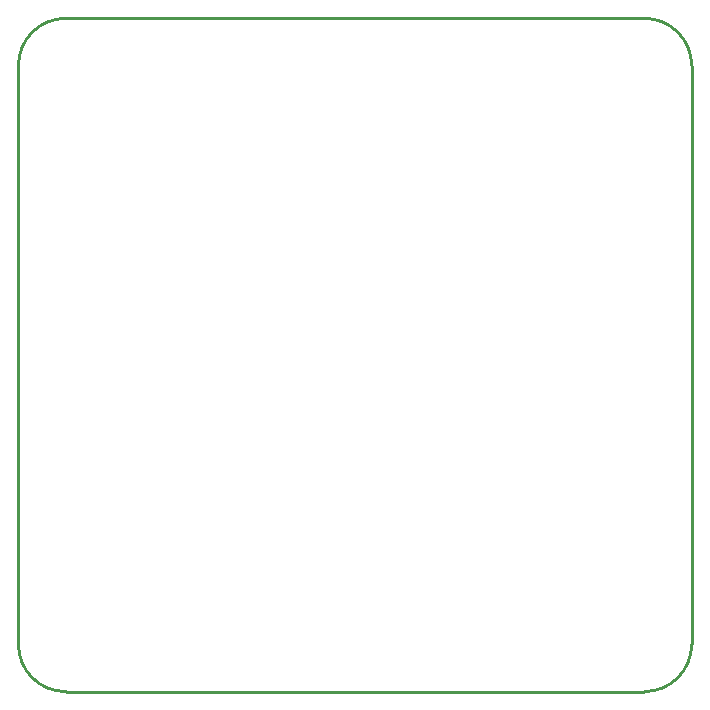
<source format=gko>
G04 Layer: BoardOutlineLayer*
G04 EasyEDA v6.5.51, 2025-10-19 23:19:45*
G04 7b2d1a5a50ca49e0b1e0c3d03fbfd553,f84f62d461a54663ae58951fd378ab02,10*
G04 Gerber Generator version 0.2*
G04 Scale: 100 percent, Rotated: No, Reflected: No *
G04 Dimensions in millimeters *
G04 leading zeros omitted , absolute positions ,4 integer and 5 decimal *
%FSLAX45Y45*%
%MOMM*%

%ADD10C,0.2540*%
%ADD11C,0.0192*%
D10*
X-1799996Y949995D02*
G01*
X-1799996Y-3949992D01*
X-1399997Y-4349991D02*
G01*
X3499995Y-4349991D01*
X3499995Y1349994D02*
G01*
X-1399997Y1349994D01*
X3899994Y-3949992D02*
G01*
X3899994Y949995D01*
G75*
G01*
X3899995Y949996D02*
G03*
X3499996Y1349995I-399999J0D01*
G75*
G01*
X3499996Y-4349994D02*
G03*
X3899995Y-3949995I0J399999D01*
G75*
G01*
X-1799994Y-3949995D02*
G03*
X-1399995Y-4349994I399999J0D01*
G75*
G01*
X-1399995Y1349995D02*
G03*
X-1799994Y949996I0J-399999D01*

%LPD*%
M02*

</source>
